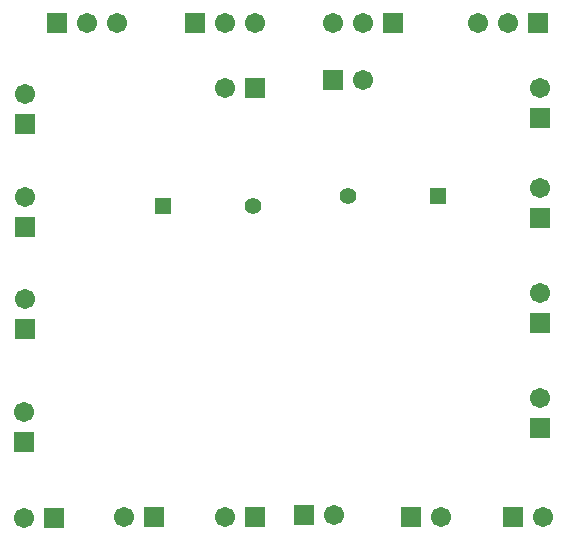
<source format=gbs>
%FSAX24Y24*%
%MOIN*%
G70*
G01*
G75*
G04 Layer_Color=16711935*
%ADD10R,0.0591X0.0591*%
%ADD11C,0.0591*%
%ADD12R,0.0472X0.0472*%
%ADD13C,0.0472*%
%ADD14R,0.0591X0.0591*%
%ADD15C,0.0315*%
%ADD16C,0.0079*%
%ADD17C,0.0100*%
%ADD18C,0.0059*%
%ADD19R,0.0671X0.0671*%
%ADD20C,0.0671*%
%ADD21R,0.0552X0.0552*%
%ADD22C,0.0552*%
%ADD23R,0.0671X0.0671*%
D19*
X019750Y048000D02*
D03*
X024600D02*
D03*
X013150D02*
D03*
X008550D02*
D03*
X017750Y046100D02*
D03*
X015150Y045850D02*
D03*
X023750Y031550D02*
D03*
X008450Y031500D02*
D03*
X020350Y031550D02*
D03*
X011800D02*
D03*
X016800Y031600D02*
D03*
X015150Y031550D02*
D03*
D20*
X018750Y048000D02*
D03*
X017750D02*
D03*
X023600D02*
D03*
X022600D02*
D03*
X014150D02*
D03*
X015150D02*
D03*
X009550D02*
D03*
X010550D02*
D03*
X018750Y046100D02*
D03*
X014150Y045850D02*
D03*
X024650D02*
D03*
X007500Y045650D02*
D03*
X024650Y042500D02*
D03*
X007500Y042200D02*
D03*
X024650Y039000D02*
D03*
X007500Y038800D02*
D03*
X024650Y035500D02*
D03*
X007450Y035050D02*
D03*
X024750Y031550D02*
D03*
X007450Y031500D02*
D03*
X021350Y031550D02*
D03*
X010800D02*
D03*
X017800Y031600D02*
D03*
X014150Y031550D02*
D03*
D21*
X021250Y042250D02*
D03*
X012100Y041900D02*
D03*
D22*
X018250Y042250D02*
D03*
X015100Y041900D02*
D03*
D23*
X024650Y044850D02*
D03*
X007500Y044650D02*
D03*
X024650Y041500D02*
D03*
X007500Y041200D02*
D03*
X024650Y038000D02*
D03*
X007500Y037800D02*
D03*
X024650Y034500D02*
D03*
X007450Y034050D02*
D03*
M02*

</source>
